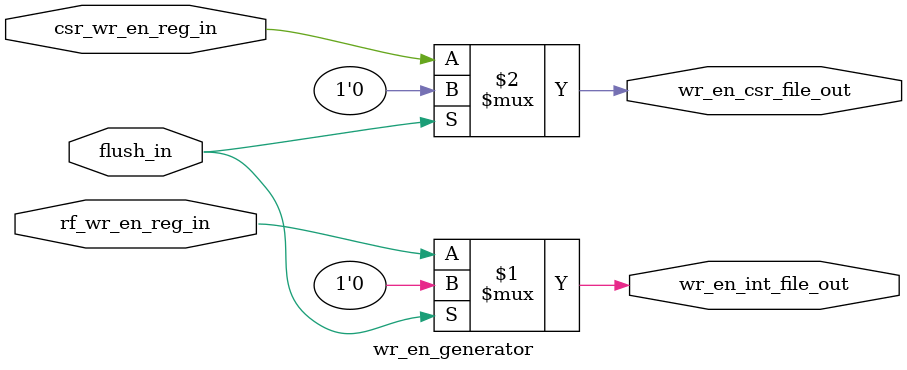
<source format=v>
module wr_en_generator(input flush_in,rf_wr_en_reg_in,csr_wr_en_reg_in,output wr_en_int_file_out,wr_en_csr_file_out);
assign wr_en_int_file_out=flush_in? 1'b0: rf_wr_en_reg_in;
assign wr_en_csr_file_out=flush_in? 1'b0: csr_wr_en_reg_in;
endmodule 

</source>
